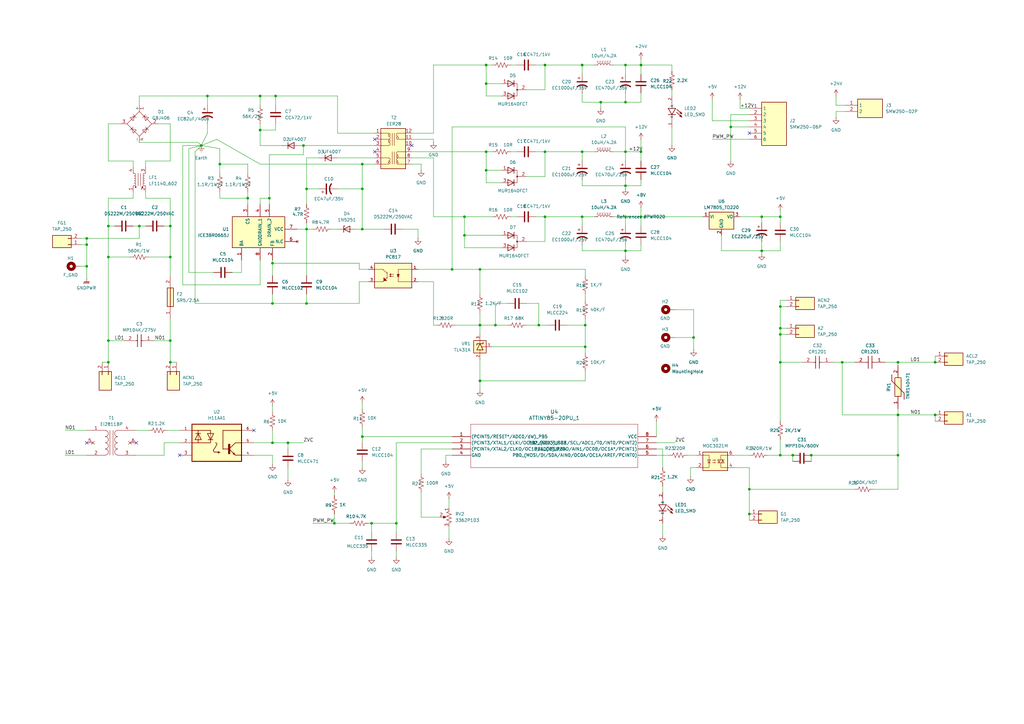
<source format=kicad_sch>
(kicad_sch (version 20250114) (generator "eeschema") (generator_version "9.0")
  (paper "A3")
  (junction (at 256.54 76.2))
  (junction (at 240.03 142.24))
  (junction (at 111.76 181.61))
  (junction (at 111.76 124.46))
  (junction (at 256.54 26.67))
  (junction (at 44.45 148.59))
  (junction (at 312.42 88.9))
  (junction (at 345.44 148.59))
  (junction (at 199.39 62.23))
  (junction (at 190.5 96.52))
  (junction (at 148.59 67.31))
  (junction (at 106.68 39.37))
  (junction (at 256.54 102.87))
  (junction (at 320.04 148.59))
  (junction (at 262.89 26.67))
  (junction (at 69.85 92.71))
  (junction (at 125.73 124.46))
  (junction (at 148.59 179.07))
  (junction (at 82.55 59.69))
  (junction (at 238.76 26.67))
  (junction (at 111.76 107.95))
  (junction (at 325.12 186.69))
  (junction (at 101.6 81.28))
  (junction (at 125.73 93.98))
  (junction (at 223.52 26.67))
  (junction (at 69.85 105.41))
  (junction (at 148.59 93.98))
  (junction (at 332.74 186.69))
  (junction (at 383.54 148.59))
  (junction (at 185.42 110.49))
  (junction (at 320.04 88.9))
  (junction (at 320.04 137.16))
  (junction (at 196.85 156.21))
  (junction (at 152.4 214.63))
  (junction (at 240.03 133.35))
  (junction (at 196.85 133.35))
  (junction (at 238.76 88.9))
  (junction (at 320.04 125.73))
  (junction (at 199.39 34.29))
  (junction (at 368.3 148.59))
  (junction (at 368.3 186.69))
  (junction (at 69.85 139.7))
  (junction (at 110.49 81.28))
  (junction (at 307.34 200.66))
  (junction (at 262.89 88.9))
  (junction (at 162.56 214.63))
  (junction (at 190.5 88.9))
  (junction (at 223.52 62.23))
  (junction (at 199.39 26.67))
  (junction (at 256.54 62.23))
  (junction (at 383.54 170.18))
  (junction (at 256.54 88.9))
  (junction (at 238.76 62.23))
  (junction (at 44.45 139.7))
  (junction (at 284.48 138.43))
  (junction (at 35.56 97.79))
  (junction (at 44.45 92.71))
  (junction (at 307.34 210.82))
  (junction (at 148.59 77.47))
  (junction (at 137.16 214.63))
  (junction (at 85.09 39.37))
  (junction (at 299.72 52.07))
  (junction (at 262.89 62.23))
  (junction (at 44.45 105.41))
  (junction (at 312.42 102.87))
  (junction (at 57.15 92.71))
  (junction (at 69.85 148.59))
  (junction (at 124.46 59.69))
  (junction (at 196.85 110.49))
  (junction (at 90.17 67.31))
  (junction (at 320.04 134.62))
  (junction (at 368.3 170.18))
  (junction (at 223.52 88.9))
  (junction (at 125.73 77.47))
  (junction (at 35.56 109.22))
  (junction (at 106.68 53.34))
  (junction (at 220.98 133.35))
  (junction (at 199.39 69.85))
  (junction (at 113.03 39.37))
  (junction (at 35.56 100.33))
  (junction (at 256.54 41.91))
  (junction (at 320.04 186.69))
  (junction (at 246.38 41.91))
  (junction (at 203.2 133.35))
  (junction (at 118.11 181.61))
  (no_connect (at 35.56 181.61))
  (no_connect (at 55.88 181.61))
  (no_connect (at 104.14 176.53))
  (no_connect (at 307.34 54.61))
  (no_connect (at 153.67 57.15))
  (no_connect (at 168.91 59.69))
  (no_connect (at 153.67 62.23))
  (no_connect (at 73.66 186.69))
  (wire (pts (xy 67.31 186.69) (xy 67.31 181.61)))
  (wire (pts (xy 44.45 81.28) (xy 54.61 81.28)))
  (wire (pts (xy 26.67 176.53) (xy 35.56 176.53)))
  (wire (pts (xy 111.76 124.46) (xy 125.73 124.46)))
  (wire (pts (xy 111.76 181.61) (xy 111.76 176.53)))
  (wire (pts (xy 185.42 52.07) (xy 185.42 110.49)))
  (wire (pts (xy 262.89 100.33) (xy 262.89 102.87)))
  (wire (pts (xy 125.73 64.77) (xy 130.81 64.77)))
  (wire (pts (xy 262.89 26.67) (xy 275.59 26.67)))
  (wire (pts (xy 69.85 105.41) (xy 69.85 113.03)))
  (wire (pts (xy 256.54 62.23) (xy 256.54 66.04)))
  (wire (pts (xy 275.59 52.07) (xy 275.59 59.69)))
  (wire (pts (xy 57.15 43.18) (xy 57.15 39.37)))
  (wire (pts (xy 256.54 100.33) (xy 256.54 102.87)))
  (wire (pts (xy 240.03 130.81) (xy 240.03 133.35)))
  (wire (pts (xy 271.78 214.63) (xy 271.78 219.71)))
  (wire (pts (xy 172.72 184.15) (xy 185.42 184.15)))
  (wire (pts (xy 314.96 186.69) (xy 320.04 186.69)))
  (wire (pts (xy 185.42 110.49) (xy 196.85 110.49)))
  (wire (pts (xy 320.04 137.16) (xy 322.58 137.16)))
  (wire (pts (xy 125.73 83.82) (xy 125.73 77.47)))
  (wire (pts (xy 68.58 176.53) (xy 73.66 176.53)))
  (wire (pts (xy 171.45 93.98) (xy 171.45 97.79)))
  (wire (pts (xy 106.68 39.37) (xy 113.03 39.37)))
  (wire (pts (xy 332.74 186.69) (xy 332.74 189.23)))
  (wire (pts (xy 90.17 71.12) (xy 90.17 67.31)))
  (wire (pts (xy 148.59 179.07) (xy 148.59 181.61)))
  (wire (pts (xy 101.6 67.31) (xy 101.6 71.12)))
  (wire (pts (xy 238.76 66.04) (xy 238.76 62.23)))
  (wire (pts (xy 111.76 186.69) (xy 104.14 186.69)))
  (wire (pts (xy 284.48 138.43) (xy 284.48 143.51)))
  (wire (pts (xy 172.72 212.09) (xy 172.72 201.93)))
  (wire (pts (xy 157.48 93.98) (xy 148.59 93.98)))
  (wire (pts (xy 251.46 88.9) (xy 256.54 88.9)))
  (wire (pts (xy 182.88 189.23) (xy 182.88 186.69)))
  (wire (pts (xy 125.73 93.98) (xy 128.27 93.98)))
  (wire (pts (xy 238.76 41.91) (xy 246.38 41.91)))
  (wire (pts (xy 196.85 133.35) (xy 203.2 133.35)))
  (wire (pts (xy 138.43 77.47) (xy 148.59 77.47)))
  (wire (pts (xy 118.11 181.61) (xy 118.11 184.15)))
  (wire (pts (xy 238.76 26.67) (xy 243.84 26.67)))
  (wire (pts (xy 271.78 191.77) (xy 271.78 184.15)))
  (wire (pts (xy 320.04 148.59) (xy 320.04 172.72)))
  (wire (pts (xy 262.89 57.15) (xy 262.89 62.23)))
  (wire (pts (xy 101.6 81.28) (xy 101.6 83.82)))
  (wire (pts (xy 49.53 50.8) (xy 44.45 50.8)))
  (wire (pts (xy 262.89 102.87) (xy 256.54 102.87)))
  (wire (pts (xy 111.76 107.95) (xy 111.76 113.03)))
  (wire (pts (xy 196.85 156.21) (xy 196.85 160.02)))
  (wire (pts (xy 125.73 120.65) (xy 125.73 124.46)))
  (wire (pts (xy 148.59 179.07) (xy 148.59 175.26)))
  (wire (pts (xy 256.54 102.87) (xy 256.54 105.41)))
  (wire (pts (xy 67.31 92.71) (xy 69.85 92.71)))
  (wire (pts (xy 246.38 41.91) (xy 246.38 44.45)))
  (wire (pts (xy 162.56 214.63) (xy 162.56 181.61)))
  (wire (pts (xy 262.89 88.9) (xy 288.29 88.9)))
  (wire (pts (xy 332.74 186.69) (xy 368.3 186.69)))
  (wire (pts (xy 300.99 186.69) (xy 307.34 186.69)))
  (wire (pts (xy 223.52 88.9) (xy 219.71 88.9)))
  (wire (pts (xy 203.2 124.46) (xy 203.2 133.35)))
  (wire (pts (xy 148.59 77.47) (xy 148.59 67.31)))
  (wire (pts (xy 238.76 88.9) (xy 243.84 88.9)))
  (wire (pts (xy 368.3 148.59) (xy 368.3 149.86)))
  (wire (pts (xy 292.1 57.15) (xy 307.34 57.15)))
  (wire (pts (xy 219.71 62.23) (xy 223.52 62.23)))
  (wire (pts (xy 299.72 66.04) (xy 299.72 52.07)))
  (wire (pts (xy 320.04 125.73) (xy 322.58 125.73)))
  (wire (pts (xy 283.21 195.58) (xy 283.21 191.77)))
  (wire (pts (xy 162.56 181.61) (xy 185.42 181.61)))
  (wire (pts (xy 177.8 26.67) (xy 199.39 26.67)))
  (wire (pts (xy 201.93 142.24) (xy 240.03 142.24)))
  (wire (pts (xy 223.52 26.67) (xy 238.76 26.67)))
  (wire (pts (xy 124.46 59.69) (xy 153.67 59.69)))
  (wire (pts (xy 168.91 62.23) (xy 199.39 62.23)))
  (wire (pts (xy 223.52 88.9) (xy 238.76 88.9)))
  (wire (pts (xy 110.49 81.28) (xy 106.68 81.28)))
  (wire (pts (xy 240.03 120.65) (xy 240.03 123.19)))
  (wire (pts (xy 215.9 124.46) (xy 220.98 124.46)))
  (wire (pts (xy 184.15 215.9) (xy 184.15 220.98)))
  (wire (pts (xy 269.24 172.72) (xy 269.24 179.07)))
  (wire (pts (xy 168.91 67.31) (xy 172.72 67.31)))
  (wire (pts (xy 209.55 88.9) (xy 212.09 88.9)))
  (wire (pts (xy 256.54 38.1) (xy 256.54 41.91)))
  (wire (pts (xy 69.85 92.71) (xy 69.85 105.41)))
  (wire (pts (xy 240.03 142.24) (xy 240.03 144.78)))
  (wire (pts (xy 104.14 181.61) (xy 111.76 181.61)))
  (wire (pts (xy 106.68 53.34) (xy 106.68 59.69)))
  (wire (pts (xy 90.17 67.31) (xy 90.17 60.96)))
  (wire (pts (xy 320.04 123.19) (xy 322.58 123.19)))
  (wire (pts (xy 26.67 186.69) (xy 35.56 186.69)))
  (wire (pts (xy 256.54 26.67) (xy 256.54 30.48)))
  (wire (pts (xy 177.8 133.35) (xy 179.07 133.35)))
  (wire (pts (xy 118.11 181.61) (xy 124.46 181.61)))
  (wire (pts (xy 223.52 36.83) (xy 223.52 26.67)))
  (wire (pts (xy 196.85 128.27) (xy 196.85 133.35)))
  (wire (pts (xy 165.1 93.98) (xy 171.45 93.98)))
  (wire (pts (xy 196.85 110.49) (xy 240.03 110.49)))
  (wire (pts (xy 185.42 179.07) (xy 148.59 179.07)))
  (wire (pts (xy 262.89 38.1) (xy 262.89 41.91)))
  (wire (pts (xy 238.76 38.1) (xy 238.76 41.91)))
  (wire (pts (xy 80.01 62.23) (xy 82.55 59.69)))
  (wire (pts (xy 85.09 39.37) (xy 106.68 39.37)))
  (wire (pts (xy 209.55 26.67) (xy 212.09 26.67)))
  (wire (pts (xy 111.76 190.5) (xy 111.76 186.69)))
  (wire (pts (xy 203.2 124.46) (xy 208.28 124.46)))
  (wire (pts (xy 342.9 45.72) (xy 346.71 45.72)))
  (wire (pts (xy 256.54 62.23) (xy 262.89 62.23)))
  (wire (pts (xy 113.03 50.8) (xy 113.03 53.34)))
  (wire (pts (xy 111.76 124.46) (xy 80.01 124.46)))
  (wire (pts (xy 256.54 76.2) (xy 256.54 77.47)))
  (wire (pts (xy 147.32 107.95) (xy 111.76 107.95)))
  (wire (pts (xy 147.32 110.49) (xy 147.32 107.95)))
  (wire (pts (xy 69.85 66.04) (xy 59.69 66.04)))
  (wire (pts (xy 147.32 115.57) (xy 151.13 115.57)))
  (wire (pts (xy 190.5 88.9) (xy 190.5 96.52)))
  (wire (pts (xy 125.73 91.44) (xy 125.73 93.98)))
  (wire (pts (xy 320.04 88.9) (xy 320.04 91.44)))
  (wire (pts (xy 33.02 109.22) (xy 35.56 109.22)))
  (wire (pts (xy 128.27 214.63) (xy 137.16 214.63)))
  (wire (pts (xy 312.42 102.87) (xy 312.42 104.14)))
  (wire (pts (xy 111.76 120.65) (xy 111.76 124.46)))
  (wire (pts (xy 346.71 43.18) (xy 342.9 43.18)))
  (wire (pts (xy 256.54 73.66) (xy 256.54 76.2)))
  (wire (pts (xy 262.89 41.91) (xy 256.54 41.91)))
  (wire (pts (xy 57.15 92.71) (xy 59.69 92.71)))
  (wire (pts (xy 256.54 88.9) (xy 262.89 88.9)))
  (wire (pts (xy 106.68 67.31) (xy 148.59 67.31)))
  (wire (pts (xy 111.76 106.68) (xy 111.76 107.95)))
  (wire (pts (xy 69.85 105.41) (xy 60.96 105.41)))
  (wire (pts (xy 215.9 72.39) (xy 223.52 72.39)))
  (wire (pts (xy 41.91 148.59) (xy 44.45 148.59)))
  (wire (pts (xy 295.91 96.52) (xy 295.91 102.87)))
  (wire (pts (xy 44.45 92.71) (xy 44.45 105.41)))
  (wire (pts (xy 215.9 133.35) (xy 220.98 133.35)))
  (wire (pts (xy 44.45 66.04) (xy 54.61 66.04)))
  (wire (pts (xy 177.8 88.9) (xy 190.5 88.9)))
  (wire (pts (xy 168.91 64.77) (xy 177.8 64.77)))
  (wire (pts (xy 190.5 88.9) (xy 201.93 88.9)))
  (wire (pts (xy 137.16 214.63) (xy 143.51 214.63)))
  (wire (pts (xy 54.61 81.28) (xy 54.61 78.74)))
  (wire (pts (xy 74.93 59.69) (xy 82.55 59.69)))
  (wire (pts (xy 299.72 52.07) (xy 299.72 46.99)))
  (wire (pts (xy 57.15 58.42) (xy 81.28 58.42)))
  (wire (pts (xy 342.9 43.18) (xy 342.9 39.37)))
  (wire (pts (xy 54.61 66.04) (xy 54.61 68.58)))
  (wire (pts (xy 172.72 194.31) (xy 172.72 184.15)))
  (wire (pts (xy 124.46 59.69) (xy 124.46 63.5)))
  (wire (pts (xy 320.04 102.87) (xy 312.42 102.87)))
  (wire (pts (xy 205.74 39.37) (xy 199.39 39.37)))
  (wire (pts (xy 182.88 186.69) (xy 185.42 186.69)))
  (wire (pts (xy 74.93 116.84) (xy 74.93 59.69)))
  (wire (pts (xy 199.39 39.37) (xy 199.39 34.29)))
  (wire (pts (xy 44.45 105.41) (xy 53.34 105.41)))
  (wire (pts (xy 177.8 54.61) (xy 177.8 26.67)))
  (wire (pts (xy 220.98 133.35) (xy 224.79 133.35)))
  (wire (pts (xy 87.63 111.76) (xy 77.47 111.76)))
  (wire (pts (xy 88.9 57.15) (xy 82.55 59.69)))
  (wire (pts (xy 35.56 97.79) (xy 35.56 100.33)))
  (wire (pts (xy 205.74 69.85) (xy 199.39 69.85)))
  (wire (pts (xy 223.52 99.06) (xy 223.52 88.9)))
  (wire (pts (xy 368.3 200.66) (xy 368.3 186.69)))
  (wire (pts (xy 215.9 36.83) (xy 223.52 36.83)))
  (wire (pts (xy 262.89 26.67) (xy 262.89 30.48)))
  (wire (pts (xy 151.13 110.49) (xy 147.32 110.49)))
  (wire (pts (xy 199.39 34.29) (xy 205.74 34.29)))
  (wire (pts (xy 238.76 100.33) (xy 238.76 102.87)))
  (wire (pts (xy 137.16 201.93) (xy 137.16 203.2)))
  (wire (pts (xy 148.59 165.1) (xy 148.59 167.64)))
  (wire (pts (xy 77.47 111.76) (xy 77.47 60.96)))
  (wire (pts (xy 64.77 50.8) (xy 69.85 50.8)))
  (wire (pts (xy 358.14 200.66) (xy 368.3 200.66)))
  (wire (pts (xy 240.03 133.35) (xy 240.03 142.24)))
  (wire (pts (xy 368.3 186.69) (xy 368.3 170.18)))
  (wire (pts (xy 320.04 180.34) (xy 320.04 186.69)))
  (wire (pts (xy 106.68 50.8) (xy 106.68 53.34)))
  (wire (pts (xy 196.85 110.49) (xy 196.85 120.65)))
  (wire (pts (xy 256.54 62.23) (xy 256.54 52.07)))
  (wire (pts (xy 238.76 30.48) (xy 238.76 26.67)))
  (wire (pts (xy 113.03 39.37) (xy 138.43 39.37)))
  (wire (pts (xy 223.52 72.39) (xy 223.52 62.23)))
  (wire (pts (xy 186.69 133.35) (xy 196.85 133.35)))
  (wire (pts (xy 196.85 156.21) (xy 240.03 156.21)))
  (wire (pts (xy 312.42 88.9) (xy 320.04 88.9)))
  (wire (pts (xy 199.39 69.85) (xy 199.39 74.93)))
  (wire (pts (xy 177.8 133.35) (xy 177.8 115.57)))
  (wire (pts (xy 85.09 54.61) (xy 82.55 59.69)))
  (wire (pts (xy 320.04 86.36) (xy 320.04 88.9)))
  (wire (pts (xy 325.12 186.69) (xy 325.12 189.23)))
  (wire (pts (xy 383.54 170.18) (xy 383.54 172.72)))
  (wire (pts (xy 110.49 63.5) (xy 110.49 81.28)))
  (wire (pts (xy 299.72 46.99) (xy 307.34 46.99)))
  (wire (pts (xy 63.5 139.7) (xy 69.85 139.7)))
  (wire (pts (xy 307.34 49.53) (xy 292.1 49.53)))
  (wire (pts (xy 238.76 62.23) (xy 243.84 62.23)))
  (wire (pts (xy 118.11 191.77) (xy 118.11 196.85)))
  (wire (pts (xy 125.73 77.47) (xy 125.73 64.77)))
  (wire (pts (xy 312.42 88.9) (xy 312.42 91.44)))
  (wire (pts (xy 77.47 60.96) (xy 82.55 59.69)))
  (wire (pts (xy 262.89 24.13) (xy 262.89 26.67)))
  (wire (pts (xy 320.04 134.62) (xy 320.04 125.73)))
  (wire (pts (xy 151.13 214.63) (xy 152.4 214.63)))
  (wire (pts (xy 125.73 113.03) (xy 125.73 93.98)))
  (wire (pts (xy 106.68 59.69) (xy 115.57 59.69)))
  (wire (pts (xy 341.63 148.59) (xy 345.44 148.59)))
  (wire (pts (xy 240.03 110.49) (xy 240.03 113.03)))
  (wire (pts (xy 238.76 102.87) (xy 256.54 102.87)))
  (wire (pts (xy 69.85 148.59) (xy 72.39 148.59)))
  (wire (pts (xy 209.55 62.23) (xy 212.09 62.23)))
  (wire (pts (xy 262.89 76.2) (xy 256.54 76.2)))
  (wire (pts (xy 147.32 124.46) (xy 147.32 115.57)))
  (wire (pts (xy 67.31 181.61) (xy 73.66 181.61)))
  (wire (pts (xy 320.04 186.69) (xy 325.12 186.69)))
  (wire (pts (xy 106.68 116.84) (xy 74.93 116.84)))
  (wire (pts (xy 69.85 130.81) (xy 69.85 139.7)))
  (wire (pts (xy 363.22 148.59) (xy 368.3 148.59)))
  (wire (pts (xy 138.43 93.98) (xy 135.89 93.98)))
  (wire (pts (xy 44.45 92.71) (xy 44.45 81.28)))
  (wire (pts (xy 368.3 170.18) (xy 383.54 170.18)))
  (wire (pts (xy 269.24 184.15) (xy 271.78 184.15)))
  (wire (pts (xy 284.48 127) (xy 284.48 138.43)))
  (wire (pts (xy 152.4 214.63) (xy 152.4 218.44)))
  (wire (pts (xy 106.68 81.28) (xy 106.68 83.82)))
  (wire (pts (xy 307.34 210.82) (xy 307.34 213.36)))
  (wire (pts (xy 256.54 88.9) (xy 256.54 92.71)))
  (wire (pts (xy 307.34 200.66) (xy 307.34 191.77)))
  (wire (pts (xy 106.68 39.37) (xy 106.68 43.18)))
  (wire (pts (xy 168.91 57.15) (xy 177.8 57.15)))
  (wire (pts (xy 90.17 60.96) (xy 82.55 59.69)))
  (wire (pts (xy 55.88 176.53) (xy 60.96 176.53)))
  (wire (pts (xy 345.44 148.59) (xy 350.52 148.59)))
  (wire (pts (xy 238.76 76.2) (xy 256.54 76.2)))
  (wire (pts (xy 320.04 148.59) (xy 328.93 148.59)))
  (wire (pts (xy 199.39 62.23) (xy 201.93 62.23)))
  (wire (pts (xy 215.9 99.06) (xy 223.52 99.06)))
  (wire (pts (xy 262.89 73.66) (xy 262.89 76.2)))
  (wire (pts (xy 262.89 88.9) (xy 262.89 92.71)))
  (wire (pts (xy 383.54 146.05) (xy 383.54 148.59)))
  (wire (pts (xy 35.56 109.22) (xy 35.56 100.33)))
  (wire (pts (xy 106.68 106.68) (xy 106.68 116.84)))
  (wire (pts (xy 35.56 97.79) (xy 57.15 97.79)))
  (wire (pts (xy 33.02 100.33) (xy 35.56 100.33)))
  (wire (pts (xy 223.52 62.23) (xy 238.76 62.23)))
  (wire (pts (xy 90.17 81.28) (xy 101.6 81.28)))
  (wire (pts (xy 152.4 228.6) (xy 152.4 226.06)))
  (wire (pts (xy 256.54 41.91) (xy 246.38 41.91)))
  (wire (pts (xy 57.15 39.37) (xy 85.09 39.37)))
  (wire (pts (xy 171.45 110.49) (xy 185.42 110.49)))
  (wire (pts (xy 307.34 200.66) (xy 350.52 200.66)))
  (wire (pts (xy 205.74 74.93) (xy 199.39 74.93)))
  (wire (pts (xy 57.15 92.71) (xy 57.15 97.79)))
  (wire (pts (xy 152.4 214.63) (xy 162.56 214.63)))
  (wire (pts (xy 69.85 50.8) (xy 69.85 66.04)))
  (wire (pts (xy 307.34 44.45) (xy 303.53 44.45)))
  (wire (pts (xy 138.43 64.77) (xy 153.67 64.77)))
  (wire (pts (xy 69.85 81.28) (xy 69.85 92.71)))
  (wire (pts (xy 283.21 191.77) (xy 285.75 191.77)))
  (wire (pts (xy 55.88 186.69) (xy 67.31 186.69)))
  (wire (pts (xy 199.39 62.23) (xy 199.39 69.85)))
  (wire (pts (xy 184.15 204.47) (xy 184.15 208.28)))
  (wire (pts (xy 271.78 199.39) (xy 271.78 201.93)))
  (wire (pts (xy 199.39 26.67) (xy 201.93 26.67)))
  (wire (pts (xy 90.17 78.74) (xy 90.17 81.28)))
  (wire (pts (xy 138.43 54.61) (xy 153.67 54.61)))
  (wire (pts (xy 59.69 78.74) (xy 59.69 81.28)))
  (wire (pts (xy 292.1 49.53) (xy 292.1 40.64)))
  (wire (pts (xy 256.54 26.67) (xy 262.89 26.67)))
  (wire (pts (xy 251.46 26.67) (xy 256.54 26.67)))
  (wire (pts (xy 199.39 26.67) (xy 199.39 34.29)))
  (wire (pts (xy 35.56 109.22) (xy 35.56 114.3)))
  (wire (pts (xy 99.06 111.76) (xy 99.06 106.68)))
  (wire (pts (xy 251.46 62.23) (xy 256.54 62.23)))
  (wire (pts (xy 44.45 50.8) (xy 44.45 66.04)))
  (wire (pts (xy 303.53 44.45) (xy 303.53 40.64)))
  (wire (pts (xy 177.8 64.77) (xy 177.8 88.9)))
  (wire (pts (xy 121.92 93.98) (xy 125.73 93.98)))
  (wire (pts (xy 177.8 57.15) (xy 177.8 58.42)))
  (wire (pts (xy 262.89 62.23) (xy 262.89 66.04)))
  (wire (pts (xy 146.05 93.98) (xy 148.59 93.98)))
  (wire (pts (xy 303.53 88.9) (xy 312.42 88.9)))
  (wire (pts (xy 196.85 133.35) (xy 196.85 137.16)))
  (wire (pts (xy 46.99 92.71) (xy 44.45 92.71)))
  (wire (pts (xy 44.45 105.41) (xy 44.45 139.7)))
  (wire (pts (xy 137.16 210.82) (xy 137.16 214.63)))
  (wire (pts (xy 203.2 133.35) (xy 208.28 133.35)))
  (wire (pts (xy 262.89 85.09) (xy 262.89 88.9)))
  (wire (pts (xy 33.02 97.79) (xy 35.56 97.79)))
  (wire (pts (xy 172.72 67.31) (xy 172.72 69.85)))
  (wire (pts (xy 190.5 96.52) (xy 205.74 96.52)))
  (wire (pts (xy 269.24 186.69) (xy 274.32 186.69)))
  (wire (pts (xy 275.59 36.83) (xy 275.59 39.37)))
  (wire (pts (xy 320.04 125.73) (xy 320.04 123.19)))
  (wire (pts (xy 345.44 170.18) (xy 368.3 170.18)))
  (wire (pts (xy 111.76 181.61) (xy 118.11 181.61)))
  (wire (pts (xy 190.5 101.6) (xy 190.5 96.52)))
  (wire (pts (xy 44.45 139.7) (xy 44.45 148.59)))
  (wire (pts (xy 162.56 228.6) (xy 162.56 226.06)))
  (wire (pts (xy 307.34 200.66) (xy 307.34 210.82)))
  (wire (pts (xy 54.61 92.71) (xy 57.15 92.71)))
  (wire (pts (xy 69.85 139.7) (xy 69.85 148.59)))
  (wire (pts (xy 256.54 52.07) (xy 185.42 52.07)))
  (wire (pts (xy 345.44 148.59) (xy 345.44 170.18)))
  (wire (pts (xy 81.28 58.42) (xy 82.55 59.69)))
  (wire (pts (xy 232.41 133.35) (xy 240.03 133.35)))
  (wire (pts (xy 320.04 134.62) (xy 322.58 134.62)))
  (wire (pts (xy 177.8 115.57) (xy 171.45 115.57)))
  (wire (pts (xy 153.67 67.31) (xy 148.59 67.31)))
  (wire (pts (xy 113.03 39.37) (xy 113.03 43.18)))
  (wire (pts (xy 276.86 138.43) (xy 284.48 138.43)))
  (wire (pts (xy 281.94 186.69) (xy 285.75 186.69)))
  (wire (pts (xy 342.9 48.26) (xy 342.9 45.72)))
  (wire (pts (xy 162.56 214.63) (xy 162.56 218.44)))
  (wire (pts (xy 125.73 124.46) (xy 147.32 124.46)))
  (wire (pts (xy 80.01 124.46) (xy 80.01 62.23)))
  (wire (pts (xy 190.5 101.6) (xy 205.74 101.6)))
  (wire (pts (xy 275.59 26.67) (xy 275.59 29.21)))
  (wire (pts (xy 196.85 147.32) (xy 196.85 156.21)))
  (wire (pts (xy 312.42 99.06) (xy 312.42 102.87)))
  (wire (pts (xy 101.6 78.74) (xy 101.6 81.28)))
  (wire (pts (xy 111.76 166.37) (xy 111.76 168.91)))
  (wire (pts (xy 148.59 93.98) (xy 148.59 77.47)))
  (wire (pts (xy 180.34 212.09) (xy 172.72 212.09)))
  (wire (pts (xy 90.17 67.31) (xy 101.6 67.31)))
  (wire (pts (xy 110.49 81.28) (xy 110.49 83.82)))
  (wire (pts (xy 299.72 52.07) (xy 307.34 52.07)))
  (wire (pts (xy 223.52 26.67) (xy 219.71 26.67)))
  (wire (pts (xy 95.25 111.76) (xy 99.06 111.76)))
  (wire (pts (xy 238.76 73.66) (xy 238.76 76.2)))
  (wire (pts (xy 106.68 67.31) (xy 88.9 57.15)))
  (wire (pts (xy 85.09 50.8) (xy 85.09 54.61)))
  (wire (pts (xy 220.98 124.46) (xy 220.98 133.35)))
  (wire (pts (xy 59.69 81.28) (xy 69.85 81.28)))
  (wire (pts (xy 59.69 66.04) (xy 59.69 68.58)))
  (wire (pts (xy 238.76 88.9) (xy 238.76 92.71)))
  (wire (pts (xy 148.59 189.23) (xy 148.59 191.77)))
  (wire (pts (xy 240.03 152.4) (xy 240.03 156.21)))
  (wire (pts (xy 307.34 191.77) (xy 300.99 191.77)))
  (wire (pts (xy 124.46 63.5) (xy 110.49 63.5)))
  (wire (pts (xy 130.81 77.47) (xy 125.73 77.47)))
  (wire (pts (xy 320.04 137.16) (xy 320.04 134.62)))
  (wire (pts (xy 320.04 99.06) (xy 320.04 102.87)))
  (wire (pts (xy 123.19 59.69) (xy 124.46 59.69)))
  (wire (pts (xy 368.3 170.18) (xy 368.3 167.64)))
  (wire (pts (xy 138.43 39.37) (xy 138.43 54.61)))
  (wire (pts (xy 85.09 39.37) (xy 85.09 43.18)))
  (wire (pts (xy 168.91 54.61) (xy 177.8 54.61)))
  (wire (pts (xy 368.3 148.59) (xy 383.54 148.59)))
  (wire (pts (xy 106.68 53.34) (xy 113.03 53.34)))
  (wire (pts (xy 44.45 139.7) (xy 50.8 139.7)))
  (wire (pts (xy 295.91 102.87) (xy 312.42 102.87)))
  (wire (pts (xy 320.04 148.59) (xy 320.04 137.16)))
  (wire (pts (xy 276.86 127) (xy 284.48 127)))
  (wire (pts (xy 269.24 181.61) (xy 276.86 181.61)))
  (label "PWM_PW" (at 128.27 214.63 0) (effects (font (size 1.397 1.397))))
  (label "N01" (at 26.67 176.53 0) (effects (font (size 1.397 1.397))))
  (label "PWM_PW" (at 292.1 57.15 0) (effects (font (size 1.397 1.397))))
  (label "L01" (at 373.38 148.59 0) (effects (font (size 1.397 1.397))))
  (label "+12V" (at 257.81 62.23 0) (effects (font (size 1.397 1.397))))
  (label "ZVC" (at 124.46 181.61 0) (effects (font (size 1.397 1.397))))
  (label "N01" (at 63.5 139.7 0) (effects (font (size 1.397 1.397))))
  (label "+12V" (at 303.53 44.45 0) (effects (font (size 1.397 1.397))))
  (label "N01" (at 373.38 170.18 0) (effects (font (size 1.397 1.397))))
  (label "L01" (at 46.99 139.7 0) (effects (font (size 1.397 1.397))))
  (label "L01" (at 26.67 186.69 0) (effects (font (size 1.397 1.397))))
  (label "ZVC" (at 276.86 181.61 0) (effects (font (size 1.397 1.397))))
  (symbol (lib_id "04_MyLib_Passive:C_Pol") (at 238.76 34.29 0) (unit 1)
    (property "Reference" "C20" (at 230.378 33.528 0) (effects (justify left)))
    (property "Value" "EC1000uF/35V" (at 226.314 36.068 0) (effects (justify left)))
    (property "Footprint" "04_MyFoot_Passive:CP_Radial_D12.5mm_P5.00mm" (effects (hide yes)))
  )
  (symbol (lib_id "04_MyLib_Passive:R") (at 111.76 172.72 180) (unit 1)
    (property "Reference" "R6" (at 107.95 172.974 0) (effects (justify right)))
    (property "Value" "10K" (at 113.792 172.72 0) (effects (justify right)))
    (property "Footprint" "04_MyFoot_Passive:R_3216Metric" (effects (hide yes)))
  )
  (symbol (lib_id "04_MyLib_Passive:R") (at 125.73 87.63 0) (unit 1)
    (property "Reference" "R7" (at 120.65 85.852 0) (effects (justify left)))
    (property "Value" "4.7R" (at 119.888 87.884 0) (effects (justify left)))
    (property "Footprint" "04_MyFoot_Passive:R_3216Metric" (effects (hide yes)))
  )
  (symbol (lib_id "04_MyLib_Passive:C_Pol") (at 238.76 96.52 0) (unit 1)
    (property "Reference" "C22" (at 230.378 95.758 0) (effects (justify left)))
    (property "Value" "EC1000uF/25V" (at 226.314 98.298 0) (effects (justify left)))
    (property "Footprint" "04_MyFoot_Passive:CP_Radial_D10.0mm_P5.00mm" (effects (hide yes)))
  )
  (symbol (lib_id "04_MyLib_Passive:C_Pol") (at 256.54 96.52 0) (unit 1)
    (property "Reference" "C25" (at 248.158 95.758 0) (effects (justify left)))
    (property "Value" "EC470uF/25V" (at 244.094 98.298 0) (effects (justify left)))
    (property "Footprint" "04_MyFoot_Passive:CP_Radial_D10.0mm_P5.00mm" (effects (hide yes)))
  )
  (symbol (lib_id "04_MyLib_Passive:R") (at 240.03 127 180) (unit 1)
    (property "Reference" "R19" (at 236.22 127.254 0) (effects (justify right)))
    (property "Value" "40K/F" (at 242.062 127 0) (effects (justify right)))
    (property "Footprint" "04_MyFoot_Passive:R_3216Metric" (effects (hide yes)))
  )
  (symbol (lib_id "power:+5V") (at 269.24 172.72 0) (unit 1)
    (property "Reference" "#PWR021" (effects (hide yes)))
    (property "Value" "+5V" (at 269.24 167.64 0))
    (property "Description" "Power symbol creates a global label with name \"+5V\"" (effects (hide yes)))
  )
  (symbol (lib_id "02_MyLib_Connectors:TAP_250") (at 72.39 153.67 270) (unit 1)
    (property "Reference" "ACN1" (at 74.93 154.94 90) (effects (justify left)))
    (property "Value" "TAP_250" (at 74.93 157.48 90) (effects (justify left)))
    (property "Footprint" "02_MyFoot_Connectors:TAP_250" (effects (hide yes)))
  )
  (symbol (lib_id "04_MyLib_Passive:R") (at 271.78 195.58 0) (unit 1)
    (property "Reference" "R21" (at 266.954 195.834 0) (effects (justify left)))
    (property "Value" "1.2K" (at 273.558 195.58 0) (effects (justify left)))
    (property "Footprint" "04_MyFoot_Passive:R_3216Metric" (effects (hide yes)))
  )
  (symbol (lib_id "power:+5V") (at 184.15 204.47 0) (unit 1)
    (property "Reference" "#PWR034" (effects (hide yes)))
    (property "Value" "+5V" (at 184.15 199.39 0))
    (property "Description" "Power symbol creates a global label with name \"+5V\"" (effects (hide yes)))
  )
  (symbol (lib_id "03_MyLib_Active:MUR1640FCT") (at 210.82 99.06 0) (unit 1)
    (property "Reference" "D7" (at 210.312 93.218 0))
    (property "Value" "MUR1640FCT" (at 210.82 104.902 0))
    (property "Footprint" "03_MyFoot_Active:TO220AB_P2.55mm" (effects (hide yes)))
  )
  (symbol (lib_id "04_MyLib_Passive:R") (at 132.08 93.98 90) (unit 1)
    (property "Reference" "R8" (at 130.556 91.186 90) (effects (justify left)))
    (property "Value" "4.7R" (at 135.128 91.186 90) (effects (justify left)))
    (property "Footprint" "04_MyFoot_Passive:R_3216Metric" (effects (hide yes)))
  )
  (symbol (lib_id "04_MyLib_Passive:C") (at 228.6 133.35 90) (unit 1)
    (property "Reference" "C19" (at 228.6 125.73 90))
    (property "Value" "MLCC224" (at 228.6 128.27 90))
    (property "Footprint" "04_MyFoot_Passive:C_3216Metric" (effects (hide yes)))
  )
  (symbol (lib_id "power:GND") (at 299.72 66.04 0) (unit 1)
    (property "Reference" "#PWR026" (effects (hide yes)))
    (property "Value" "GND" (at 299.72 71.12 0))
    (property "Description" "Power symbol creates a global label with name \"GND\" , ground" (effects (hide yes)))
  )
  (symbol (lib_id "04_MyLib_Passive:Inductor") (at 247.65 88.9 90) (unit 1)
    (property "Reference" "L3" (at 247.65 82.55 90))
    (property "Value" "10uH/4.2A" (at 247.65 85.09 90))
    (property "Footprint" "04_MyFoot_Passive:L_Radial_D7.5mm_P3.50mm" (effects (hide yes)))
  )
  (symbol (lib_id "power:GND") (at 182.88 189.23 0) (unit 1)
    (property "Reference" "#PWR014" (effects (hide yes)))
    (property "Value" "GND" (at 182.88 194.31 0))
    (property "Description" "Power symbol creates a global label with name \"GND\" , ground" (effects (hide yes)))
  )
  (symbol (lib_id "03_MyLib_Active:MUR1640FCT") (at 210.82 72.39 0) (unit 1)
    (property "Reference" "D6" (at 210.312 66.548 0))
    (property "Value" "MUR1640FCT" (at 210.312 78.232 0))
    (property "Footprint" "03_MyFoot_Active:TO220AB_P2.55mm" (effects (hide yes)))
  )
  (symbol (lib_id "power:GND") (at 162.56 228.6 0) (unit 1)
    (property "Reference" "#PWR010" (effects (hide yes)))
    (property "Value" "GND" (at 162.56 233.68 0))
    (property "Description" "Power symbol creates a global label with name \"GND\" , ground" (effects (hide yes)))
  )
  (symbol (lib_id "power:GND") (at 171.45 97.79 0) (unit 1)
    (property "Reference" "#PWR011" (effects (hide yes)))
    (property "Value" "GND" (at 171.45 102.87 0))
    (property "Description" "Power symbol creates a global label with name \"GND\" , ground" (effects (hide yes)))
  )
  (symbol (lib_id "04_MyLib_Passive:Inductor") (at 247.65 62.23 90) (unit 1)
    (property "Reference" "L2" (at 247.65 55.88 90))
    (property "Value" "10uH/4.2A" (at 247.65 58.42 90))
    (property "Footprint" "04_MyFoot_Passive:L_Radial_D7.5mm_P3.50mm" (effects (hide yes)))
  )
  (symbol (lib_id "04_MyLib_Passive:CR1201") (at 63.5 139.7 180) (unit 1)
    (property "Reference" "C3" (at 57.15 132.842 0))
    (property "Value" "MP104K/275V" (at 57.15 135.382 0))
    (property "Footprint" "04_MyFoot_Passive:104K_275V" (effects (hide yes)))
  )
  (symbol (lib_id "power:GND") (at 312.42 104.14 0) (unit 1)
    (property "Reference" "#PWR028" (effects (hide yes)))
    (property "Value" "GND" (at 312.42 109.22 0))
    (property "Description" "Power symbol creates a global label with name \"GND\" , ground" (effects (hide yes)))
  )
  (symbol (lib_id "04_MyLib_Passive:C_Pol") (at 256.54 69.85 0) (unit 1)
    (property "Reference" "C24" (at 248.158 69.088 0) (effects (justify left)))
    (property "Value" "EC470uF/25V" (at 244.094 71.628 0) (effects (justify left)))
    (property "Footprint" "04_MyFoot_Passive:CP_Radial_D10.0mm_P5.00mm" (effects (hide yes)))
  )
  (symbol (lib_id "power:+5V") (at 148.59 165.1 0) (unit 1)
    (property "Reference" "#PWR08" (effects (hide yes)))
    (property "Value" "+5V" (at 148.59 160.02 0))
    (property "Description" "Power symbol creates a global label with name \"+5V\"" (effects (hide yes)))
  )
  (symbol (lib_id "Mechanical:MountingHole_Pad") (at 274.32 138.43 90) (unit 1) (in_bom no)
    (property "Reference" "H3" (at 272.796 135.128 90))
    (property "Value" "GND" (at 272.796 141.986 90))
    (property "Footprint" "06_MyFoot_Mechanical:MTHole_3.5mm_7.5mmPad_GND" (effects (hide yes)))
  )
  (symbol (lib_id "04_MyLib_Passive:R") (at 148.59 171.45 180) (unit 1)
    (property "Reference" "R11" (at 144.78 171.704 0) (effects (justify right)))
    (property "Value" "10K" (at 150.622 171.45 0) (effects (justify right)))
    (property "Footprint" "04_MyFoot_Passive:R_3216Metric" (effects (hide yes)))
  )
  (symbol (lib_id "04_MyLib_Passive:C_Pol") (at 256.54 34.29 0) (unit 1)
    (property "Reference" "C23" (at 248.158 33.528 0) (effects (justify left)))
    (property "Value" "EC470uF/35V" (at 244.094 36.068 0) (effects (justify left)))
    (property "Footprint" "04_MyFoot_Passive:CP_Radial_D10.0mm_P5.00mm" (effects (hide yes)))
  )
  (symbol (lib_id "power:Earth") (at 82.55 59.69 0) (unit 1)
    (property "Reference" "#PWR02" (effects (hide yes)))
    (property "Value" "Earth" (at 82.55 64.77 0))
    (property "Description" "Power symbol creates a global label with name \"Earth\"" (effects (hide yes)))
  )
  (symbol (lib_name "H11AA1_1") (lib_id "01_MyLib_ICs:H11AA1") (at 88.9 181.61 0) (unit 1)
    (property "Reference" "U2" (at 88.9 168.91 0))
    (property "Value" "H11AA1" (at 88.9 171.45 0))
    (property "Footprint" "01_MyFoot_ICs:DIP-6_W7.62mm" (effects (hide yes)))
  )
  (symbol (lib_id "power:GND") (at 184.15 220.98 0) (unit 1)
    (property "Reference" "#PWR035" (effects (hide yes)))
    (property "Value" "GND" (at 184.15 226.06 0))
    (property "Description" "Power symbol creates a global label with name \"GND\" , ground" (effects (hide yes)))
  )
  (symbol (lib_id "power:GND") (at 246.38 44.45 0) (unit 1)
    (property "Reference" "#PWR015" (effects (hide yes)))
    (property "Value" "GND" (at 246.38 49.53 0))
    (property "Description" "Power symbol creates a global label with name \"GND\" , ground" (effects (hide yes)))
  )
  (symbol (lib_id "04_MyLib_Passive:C_Pol") (at 134.62 77.47 90) (unit 1)
    (property "Reference" "C10" (at 134.874 73.406 90))
    (property "Value" "EC47uF/35V" (at 134.874 81.534 90))
    (property "Footprint" "04_MyFoot_Passive:CP_Radial_D5.0mm_P2.00mm" (effects (hide yes)))
  )
  (symbol (lib_id "04_MyLib_Passive:C") (at 161.29 93.98 90) (unit 1)
    (property "Reference" "C14" (at 161.29 86.36 90))
    (property "Value" "DS222M/250VAC" (at 161.29 88.9 90))
    (property "Footprint" "04_MyFoot_Passive:DS222M" (effects (hide yes)))
  )
  (symbol (lib_id "04_MyLib_Passive:R") (at 64.77 176.53 90) (unit 1)
    (property "Reference" "R2" (at 63.246 173.736 90) (effects (justify left)))
    (property "Value" "1.2K" (at 67.818 173.736 90) (effects (justify left)))
    (property "Footprint" "04_MyFoot_Passive:R_3216Metric" (effects (hide yes)))
  )
  (symbol (lib_id "04_MyLib_Passive:C") (at 212.09 124.46 90) (unit 1)
    (property "Reference" "C15" (at 212.09 116.84 90))
    (property "Value" "MLCC102" (at 212.09 119.38 90))
    (property "Footprint" "04_MyFoot_Passive:C_3216Metric" (effects (hide yes)))
  )
  (symbol (lib_id "04_MyLib_Passive:R") (at 101.6 74.93 0) (unit 1)
    (property "Reference" "R4" (at 96.52 73.152 0) (effects (justify left)))
    (property "Value" "1.1R/1W/F" (at 92.202 75.692 0) (effects (justify left)))
    (property "Footprint" "04_MyFoot_Passive:R_Axial_1W_P14.6mm" (effects (hide yes)))
  )
  (symbol (lib_id "04_MyLib_Passive:C") (at 148.59 185.42 180) (unit 1)
    (property "Reference" "C12" (at 152.4 184.15 0) (effects (justify right)))
    (property "Value" "MLCC104" (at 152.4 186.69 0) (effects (justify right)))
    (property "Footprint" "04_MyFoot_Passive:C_3216Metric" (effects (hide yes)))
  )
  (symbol (lib_id "04_MyLib_Passive:C") (at 91.44 111.76 90) (unit 1)
    (property "Reference" "C5" (at 91.44 104.14 90))
    (property "Value" "MLCC104" (at 91.44 106.68 90))
    (property "Footprint" "04_MyFoot_Passive:C_3216Metric" (effects (hide yes)))
  )
  (symbol (lib_id "04_MyLib_Passive:C") (at 63.5 92.71 90) (unit 1)
    (property "Reference" "C2" (at 63.5 85.09 90))
    (property "Value" "DS222M/250VAC" (at 63.5 87.63 90))
    (property "Footprint" "04_MyFoot_Passive:DS222M" (effects (hide yes)))
  )
  (symbol (lib_id "02_MyLib_Connectors:TAP_250") (at 27.94 100.33 180) (unit 1)
    (property "Reference" "FG1" (at 25.4 91.44 0))
    (property "Value" "TAP_250" (at 25.4 93.98 0))
    (property "Footprint" "02_MyFoot_Connectors:TAP_250" (effects (hide yes)))
  )
  (symbol (lib_id "02_MyLib_Connectors:TAP_250") (at 327.66 134.62 0) (unit 1)
    (property "Reference" "A2" (at 335.28 134.62 0) (effects (justify left)))
    (property "Value" "TAP_250" (at 335.28 137.16 0) (effects (justify left)))
    (property "Footprint" "02_MyFoot_Connectors:TAP_250" (effects (hide yes)))
  )
  (symbol (lib_name "UF4007_1") (lib_id "03_MyLib_Active:UF4007") (at 119.38 59.69 0) (unit 1)
    (property "Reference" "D2" (at 117.348 57.15 0))
    (property "Value" "UF4007" (at 121.92 57.15 0))
    (property "Footprint" "03_MyFoot_Active:Diode_P10.16mm" (effects (hide yes)))
    (property "Sim.Pins" "1=K 2=A" (effects (hide yes)))
  )
  (symbol (lib_id "00_MyLib_MCU:ATTINY85-20PU_1") (at 185.42 179.07 0) (unit 1)
    (property "Reference" "U4" (at 227.33 168.91 0) (effects (font (size 1.524 1.524))))
    (property "Value" "ATTINY85-20PU_1" (at 227.33 171.45 0) (effects (font (size 1.524 1.524))))
    (property "Footprint" "01_MyFoot_ICs:DIP-8_W7.62mm_Socket" (effects (hide yes)))
  )
  (symbol (lib_id "04_MyLib_Passive:C_2AB") (at 328.93 187.96 90) (unit 1)
    (property "Reference" "C31" (at 328.93 180.34 90))
    (property "Value" "MPP104/600V" (at 328.93 182.88 90))
    (property "Footprint" "04_MyFoot_Passive:C_PP_P10.0mm_P21.2mm" (effects (hide yes)))
  )
  (symbol (lib_id "power:+12V") (at 262.89 57.15 0) (unit 1)
    (property "Reference" "#PWR019" (effects (hide yes)))
    (property "Value" "+12V" (at 262.89 52.07 0))
    (property "Description" "Power symbol creates a global label with name \"+12V\"" (effects (hide yes)))
  )
  (symbol (lib_id "power:GND") (at 177.8 58.42 0) (unit 1)
    (property "Reference" "#PWR013" (effects (hide yes)))
    (property "Value" "GND" (at 177.8 63.5 0))
    (property "Description" "Power symbol creates a global label with name \"GND\" , ground" (effects (hide yes)))
  )
  (symbol (lib_id "power:GNDPWR") (at 35.56 114.3 0) (unit 1)
    (property "Reference" "#PWR01" (effects (hide yes)))
    (property "Value" "GNDPWR" (at 35.433 118.11 0))
    (property "Description" "Power symbol creates a global label with name \"GNDPWR\" , global ground" (effects (hide yes)))
  )
  (symbol (lib_id "04_MyLib_Passive:CR1201") (at 341.63 148.59 180) (unit 1)
    (property "Reference" "C32" (at 335.28 141.732 0))
    (property "Value" "CR1201" (at 335.28 144.272 0))
    (property "Footprint" "04_MyFoot_Passive:SPARK_KILLER" (effects (hide yes)))
  )
  (symbol (lib_id "01_MyLib_ICs:TL431A") (at 196.85 142.24 0) (mirror y) (unit 1)
    (property "Reference" "VR1" (at 193.04 140.97 0) (effects (justify left)))
    (property "Value" "TL431A" (at 193.04 143.51 0) (effects (justify left)))
    (property "Footprint" "01_MyFoot_ICs:TO92_P2.5mm" (effects (hide yes)))
    (property "PARTREV" "R" (effects (hide yes)))
  )
  (symbol (lib_id "03_MyLib_Active:UF4004") (at 134.62 64.77 0) (unit 1)
    (property "Reference" "D3" (at 131.572 62.23 0))
    (property "Value" "UF4007" (at 136.144 62.23 0))
    (property "Footprint" "03_MyFoot_Active:Diode_P10.16mm" (effects (hide yes)))
    (property "Sim.Pins" "1=K 2=A" (effects (hide yes)))
  )
  (symbol (lib_id "04_MyLib_Passive:C") (at 215.9 88.9 90) (unit 1)
    (property "Reference" "C18" (at 213.868 84.582 90))
    (property "Value" "CC471/1kV" (at 220.218 84.582 90))
    (property "Footprint" "04_MyFoot_Passive:C_Disc_D4.7mm_P5.00mm" (effects (hide yes)))
  )
  (symbol (lib_id "02_MyLib_Connectors:TAP_250") (at 388.62 170.18 0) (unit 1)
    (property "Reference" "A1" (at 396.24 170.18 0) (effects (justify left)))
    (property "Value" "TAP_250" (at 396.24 172.72 0) (effects (justify left)))
    (property "Footprint" "02_MyFoot_Connectors:TAP_250" (effects (hide yes)))
  )
  (symbol (lib_id "03_MyLib_Active:LED_SMD") (at 275.59 46.99 270) (unit 1)
    (property "Reference" "LED2" (at 280.67 44.45 90) (effects (justify left)))
    (property "Value" "LED_SMD" (at 280.67 46.99 90) (effects (justify left)))
    (property "Footprint" "03_MyFoot_Active:LED_2012Metric" (effects (hide yes)))
  )
  (symbol (lib_id "05_MyLib_Others:SR525A") (at 69.85 130.81 90) (unit 1)
    (property "Reference" "F2" (at 72.39 120.65 90) (effects (justify right)))
    (property "Value" "SR5/2.5A" (at 72.39 123.19 90) (effects (justify right)))
    (property "Footprint" "05_MyFoot_Others:SR525ABK" (effects (hide yes)))
  )
  (symbol (lib_id "04_MyLib_Passive:R") (at 147.32 214.63 90) (unit 1)
    (property "Reference" "R10" (at 145.796 211.836 90) (effects (justify left)))
    (property "Value" "4.7K" (at 150.368 211.836 90) (effects (justify left)))
    (property "Footprint" "04_MyFoot_Passive:R_3216Metric" (effects (hide yes)))
  )
  (symbol (lib_id "04_MyLib_Passive:R") (at 311.15 186.69 90) (unit 1)
    (property "Reference" "R24" (at 309.626 183.896 90) (effects (justify left)))
    (property "Value" "220R/1W" (at 316.738 183.896 90) (effects (justify left)))
    (property "Footprint" "04_MyFoot_Passive:R_Axial_1W_P14.6mm" (effects (hide yes)))
  )
  (symbol (lib_id "power:+5V") (at 111.76 166.37 0) (unit 1)
    (property "Reference" "#PWR03" (effects (hide yes)))
    (property "Value" "+5V" (at 111.76 161.29 0))
    (property "Description" "Power symbol creates a global label with name \"+5V\"" (effects (hide yes)))
  )
  (symbol (lib_id "02_MyLib_Connectors:SMW250-06P") (at 307.34 44.45 0) (unit 1)
    (property "Reference" "J2" (at 323.85 49.53 0) (effects (justify left)))
    (property "Value" "SMW250-06P" (at 323.85 52.07 0) (effects (justify left)))
    (property "Footprint" "02_MyFoot_Connectors:SMW250_06P" (effects (hide yes)))
  )
  (symbol (lib_id "power:+24V") (at 342.9 39.37 0) (unit 1)
    (property "Reference" "#PWR030" (effects (hide yes)))
    (property "Value" "+24V" (at 342.9 34.29 0))
    (property "Description" "Power symbol creates a global label with name \"+24V\"" (effects (hide yes)))
  )
  (symbol (lib_id "04_MyLib_Passive:R") (at 275.59 33.02 180) (unit 1)
    (property "Reference" "R22" (at 271.78 33.274 0) (effects (justify right)))
    (property "Value" "2.2K" (at 277.622 33.02 0) (effects (justify right)))
    (property "Footprint" "04_MyFoot_Passive:R_3216Metric" (effects (hide yes)))
  )
  (symbol (lib_id "power:GND") (at 284.48 143.51 0) (unit 1)
    (property "Reference" "#PWR032" (effects (hide yes)))
    (property "Value" "GND" (at 284.48 148.59 0))
    (property "Description" "Power symbol creates a global label with name \"GND\" , ground" (effects (hide yes)))
  )
  (symbol (lib_id "power:GND") (at 111.76 190.5 0) (unit 1)
    (property "Reference" "#PWR04" (effects (hide yes)))
    (property "Value" "GND" (at 111.76 195.58 0))
    (property "Description" "Power symbol creates a global label with name \"GND\" , ground" (effects (hide yes)))
  )
  (symbol (lib_id "04_MyLib_Passive:R") (at 320.04 176.53 0) (unit 1)
    (property "Reference" "R25" (at 315.722 176.53 0) (effects (justify left)))
    (property "Value" "2K/1W" (at 321.818 176.53 0) (effects (justify left)))
    (property "Footprint" "04_MyFoot_Passive:R_Axial_1W_P14.6mm" (effects (hide yes)))
  )
  (symbol (lib_id "03_MyLib_Active:GBJ406") (at 57.15 50.8 90) (unit 1)
    (property "Reference" "D1" (at 66.04 45.8469 90))
    (property "Value" "GBJ406" (at 66.04 48.3869 90))
    (property "Footprint" "03_MyFoot_Active:GBJ406" (effects (hide yes)))
  )
  (symbol (lib_id "power:GND") (at 196.85 160.02 0) (unit 1)
    (property "Reference" "#PWR033" (effects (hide yes)))
    (property "Value" "GND" (at 196.85 165.1 0))
    (property "Description" "Power symbol creates a global label with name \"GND\" , ground" (effects (hide yes)))
  )
  (symbol (lib_id "02_MyLib_Connectors:TAP_250") (at 327.66 123.19 0) (unit 1)
    (property "Reference" "ACN2" (at 335.28 123.19 0) (effects (justify left)))
    (property "Value" "TAP_250" (at 335.28 125.73 0) (effects (justify left)))
    (property "Footprint" "02_MyFoot_Connectors:TAP_250" (effects (hide yes)))
  )
  (symbol (lib_id "04_MyLib_Passive:C") (at 262.89 96.52 180) (unit 1)
    (property "Reference" "C28" (at 266.7 95.25 0) (effects (justify right)))
    (property "Value" "MLCC104" (at 266.7 97.79 0) (effects (justify right)))
    (property "Footprint" "04_MyFoot_Passive:C_3216Metric" (effects (hide yes)))
  )
  (symbol (lib_id "power:+8V") (at 262.89 85.09 0) (unit 1)
    (property "Reference" "#PWR020" (at 262.89 88.9 0) (show_name yes))
    (property "Value" "+8V" (at 262.89 80.01 0))
    (property "Description" "Power symbol creates a global label with name \"+8V\"" (effects (hide yes)))
  )
  (symbol (lib_id "04_MyLib_Passive:R") (at 354.33 200.66 90) (unit 1)
    (property "Reference" "R26" (at 351.79 198.12 90) (effects (justify left)))
    (property "Value" "100K/NOT" (at 359.918 197.866 90) (effects (justify left)))
    (property "Footprint" "04_MyFoot_Passive:R_Axial_0.25W_P10.16mm" (effects (hide yes)))
  )
  (symbol (lib_id "04_MyLib_Passive:R") (at 205.74 26.67 90) (unit 1)
    (property "Reference" "R14" (at 204.216 23.876 90) (effects (justify left)))
    (property "Value" "10R" (at 210.312 23.876 90) (effects (justify left)))
    (property "Footprint" "04_MyFoot_Passive:R_3216Metric" (effects (hide yes)))
  )
  (symbol (lib_id "power:GND") (at 271.78 219.71 0) (unit 1)
    (property "Reference" "#PWR022" (effects (hide yes)))
    (property "Value" "GND" (at 271.78 224.79 0))
    (property "Description" "Power symbol creates a global label with name \"GND\" , ground" (effects (hide yes)))
  )
  (symbol (lib_id "02_MyLib_Connectors:TAP_250") (at 388.62 146.05 0) (unit 1)
    (property "Reference" "ACL2" (at 396.24 146.05 0) (effects (justify left)))
    (property "Value" "TAP_250" (at 396.24 148.59 0) (effects (justify left)))
    (property "Footprint" "02_MyFoot_Connectors:TAP_250" (effects (hide yes)))
  )
  (symbol (lib_id "04_MyLib_Passive:CR1201") (at 363.22 148.59 180) (unit 1)
    (property "Reference" "C33" (at 356.87 141.732 0))
    (property "Value" "CR1201" (at 356.87 144.272 0))
    (property "Footprint" "04_MyFoot_Passive:SPARK_KILLER" (effects (hide yes)))
  )
  (symbol (lib_id "04_MyLib_Passive:C") (at 215.9 26.67 90) (unit 1)
    (property "Reference" "C16" (at 213.868 22.352 90))
    (property "Value" "CC471/1kV" (at 220.218 22.352 90))
    (property "Footprint" "04_MyFoot_Passive:C_Disc_D4.7mm_P5.00mm" (effects (hide yes)))
  )
  (symbol (lib_id "04_MyLib_Passive:MOV-14D471") (at 368.3 167.64 90) (unit 1)
    (property "Reference" "RV1" (at 364.49 158.75 0))
    (property "Value" "TNR14D471" (at 372.364 158.242 0))
    (property "Footprint" "04_MyFoot_Passive:TNR14D_P7.62" (effects (hide yes)))
  )
  (symbol (lib_id "03_MyLib_Active:MUR1640FCT") (at 210.82 36.83 0) (unit 1)
    (property "Reference" "D5" (at 210.312 30.988 0))
    (property "Value" "MUR1640FCT" (at 210.312 42.672 0))
    (property "Footprint" "03_MyFoot_Active:TO220AB_P2.55mm" (effects (hide yes)))
  )
  (symbol (lib_id "power:GND") (at 172.72 69.85 0) (unit 1)
    (property "Reference" "#PWR012" (effects (hide yes)))
    (property "Value" "GND" (at 172.72 74.93 0))
    (property "Description" "Power symbol creates a global label with name \"GND\" , ground" (effects (hide yes)))
  )
  (symbol (lib_id "04_MyLib_Passive:C") (at 111.76 116.84 180) (unit 1)
    (property "Reference" "C6" (at 115.57 115.57 0) (effects (justify right)))
    (property "Value" "MLCC102" (at 115.57 118.11 0) (effects (justify right)))
    (property "Footprint" "04_MyFoot_Passive:C_3216Metric" (effects (hide yes)))
  )
  (symbol (lib_id "Mechanical:MountingHole_Pad") (at 274.32 127 90) (unit 1) (in_bom no)
    (property "Reference" "H2" (at 272.796 123.698 90))
    (property "Value" "GND" (at 272.796 130.556 90))
    (property "Footprint" "06_MyFoot_Mechanical:MTHole_3.5mm_7.5mmPad_GND" (effects (hide yes)))
  )
  (symbol (lib_id "power:+5V") (at 137.16 201.93 0) (unit 1)
    (property "Reference" "#PWR06" (effects (hide yes)))
    (property "Value" "+5V" (at 137.16 196.85 0))
    (property "Description" "Power symbol creates a global label with name \"+5V\"" (effects (hide yes)))
  )
  (symbol (lib_id "04_MyLib_Passive:C") (at 118.11 187.96 180) (unit 1)
    (property "Reference" "C8" (at 121.92 186.69 0) (effects (justify right)))
    (property "Value" "MLCC471" (at 121.92 189.23 0) (effects (justify right)))
    (property "Footprint" "04_MyFoot_Passive:C_3216Metric" (effects (hide yes)))
  )
  (symbol (lib_id "04_MyLib_Passive:R") (at 90.17 74.93 0) (unit 1)
    (property "Reference" "R3" (at 85.09 73.152 0) (effects (justify left)))
    (property "Value" "1.1R/1W/F" (at 80.772 75.692 0) (effects (justify left)))
    (property "Footprint" "04_MyFoot_Passive:R_Axial_1W_P14.6mm" (effects (hide yes)))
  )
  (symbol (lib_id "02_MyLib_Connectors:TAP_250") (at 44.45 153.67 270) (unit 1)
    (property "Reference" "ACL1" (at 46.99 154.94 90) (effects (justify left)))
    (property "Value" "TAP_250" (at 46.99 157.48 90) (effects (justify left)))
    (property "Footprint" "02_MyFoot_Connectors:TAP_250" (effects (hide yes)))
  )
  (symbol (lib_id "04_MyLib_Passive:C") (at 50.8 92.71 90) (unit 1)
    (property "Reference" "C1" (at 50.8 85.09 90))
    (property "Value" "DS222M/250VAC" (at 50.8 87.63 90))
    (property "Footprint" "04_MyFoot_Passive:DS222M" (effects (hide yes)))
  )
  (symbol (lib_id "04_MyLib_Passive:Inductor") (at 247.65 26.67 90) (unit 1)
    (property "Reference" "L1" (at 247.65 20.32 90))
    (property "Value" "10uH/4.2A" (at 247.65 22.86 90))
    (property "Footprint" "04_MyFoot_Passive:L_Radial_D7.5mm_P3.50mm" (effects (hide yes)))
  )
  (symbol (lib_id "03_MyLib_Active:1N5251") (at 142.24 93.98 0) (unit 1)
    (property "Reference" "D4" (at 142.24 87.63 0))
    (property "Value" "1N5251" (at 142.24 90.17 0))
    (property "Footprint" "03_MyFoot_Active:ZENER_0_5W_P7.62mm_Hori" (effects (hide yes)))
  )
  (symbol (lib_id "04_MyLib_Passive:R") (at 57.15 105.41 90) (unit 1)
    (property "Reference" "R1" (at 56.896 100.33 90))
    (property "Value" "560K/1W" (at 56.896 102.87 90))
    (property "Footprint" "04_MyFoot_Passive:R_Axial_1W_P14.6mm" (effects (hide yes)))
  )
  (symbol (lib_id "01_MyLib_ICs:MOC3021M") (at 293.37 189.23 0) (unit 1)
    (property "Reference" "U5" (at 293.37 180.34 0))
    (property "Value" "MOC3021M" (at 293.37 182.88 0))
    (property "Footprint" "01_MyFoot_ICs:DIP-6_W7.62mm" (effects (hide yes)))
  )
  (symbol (lib_id "04_MyLib_Passive:R") (at 137.16 207.01 180) (unit 1)
    (property "Reference" "R9" (at 133.35 207.264 0) (effects (justify right)))
    (property "Value" "1K" (at 139.192 207.01 0) (effects (justify right)))
    (property "Footprint" "04_MyFoot_Passive:R_3216Metric" (effects (hide yes)))
  )
  (symbol (lib_id "02_MyLib_Connectors:SMW250-02P") (at 346.71 43.18 0) (unit 1)
    (property "Reference" "J3" (at 363.22 43.1799 0) (effects (justify left)))
    (property "Value" "SMW250-02P" (at 363.22 45.7199 0) (effects (justify left)))
    (property "Footprint" "02_MyFoot_Connectors:SMW250_02P" (effects (hide yes)))
  )
  (symbol (lib_id "power:GND") (at 256.54 77.47 0) (unit 1)
    (property "Reference" "#PWR016" (effects (hide yes)))
    (property "Value" "GND" (at 256.54 82.55 0))
    (property "Description" "Power symbol creates a global label with name \"GND\" , ground" (effects (hide yes)))
  )
  (symbol (lib_id "04_MyLib_Passive:C") (at 152.4 222.25 180) (unit 1)
    (property "Reference" "C11" (at 145.288 220.472 0) (effects (justify right)))
    (property "Value" "MLCC335" (at 142.24 224.028 0) (effects (justify right)))
    (property "Footprint" "04_MyFoot_Passive:C_3216Metric" (effects (hide yes)))
  )
  (symbol (lib_id "04_MyLib_Passive:EER28") (at 161.29 60.96 0) (unit 1)
    (property "Reference" "T2" (at 161.544 48.26 0))
    (property "Value" "EER28" (at 161.544 50.8 0))
    (property "Footprint" "04_MyFoot_Passive:EER28_35_12P" (effects (hide yes)))
  )
  (symbol (lib_id "04_MyLib_Passive:C") (at 125.73 116.84 180) (unit 1)
    (property "Reference" "C9" (at 129.54 115.57 0) (effects (justify right)))
    (property "Value" "MLCC104" (at 129.54 118.11 0) (effects (justify right)))
    (property "Footprint" "04_MyFoot_Passive:C_3216Metric" (effects (hide yes)))
  )
  (symbol (lib_id "power:GND") (at 152.4 228.6 0) (unit 1)
    (property "Reference" "#PWR07" (effects (hide yes)))
    (property "Value" "GND" (at 152.4 233.68 0))
    (property "Description" "Power symbol creates a global label with name \"GND\" , ground" (effects (hide yes)))
  )
  (symbol (lib_id "04_MyLib_Passive:R") (at 278.13 186.69 90) (unit 1)
    (property "Reference" "R23" (at 276.606 183.896 90) (effects (justify left)))
    (property "Value" "220R" (at 281.178 183.896 90) (effects (justify left)))
    (property "Footprint" "04_MyFoot_Passive:R_3216Metric" (effects (hide yes)))
  )
  (symbol (lib_id "04_MyLib_Passive:R") (at 182.88 133.35 90) (unit 1)
    (property "Reference" "R12" (at 181.356 130.556 90) (effects (justify left)))
    (property "Value" "820R" (at 185.928 130.556 90) (effects (justify left)))
    (property "Footprint" "04_MyFoot_Passive:R_3216Metric" (effects (hide yes)))
  )
  (symbol (lib_id "04_MyLib_Passive:R_POT") (at 184.15 212.09 0) (mirror y) (unit 1)
    (property "Reference" "RV2" (at 186.69 210.82 0) (effects (justify right)))
    (property "Value" "3362P103" (at 186.69 213.36 0) (effects (justify right)))
    (property "Footprint" "04_MyFoot_Passive:TRIM_3362P" (effects (hide yes)))
  )
  (symbol (lib_id "04_MyLib_Passive:R") (at 212.09 133.35 90) (unit 1)
    (property "Reference" "R17" (at 210.566 130.556 90) (effects (justify left)))
    (property "Value" "68K" (at 215.138 130.556 90) (effects (justify left)))
    (property "Footprint" "04_MyFoot_Passive:R_3216Metric" (effects (hide yes)))
  )
  (symbol (lib_id "power:+5V") (at 320.04 86.36 0) (unit 1)
    (property "Reference" "#PWR029" (effects (hide yes)))
    (property "Value" "+5V" (at 320.04 81.28 0))
    (property "Description" "Power symbol creates a global label with name \"+5V\"" (effects (hide yes)))
  )
  (symbol (lib_id "04_MyLib_Passive:C") (at 162.56 222.25 180) (unit 1)
    (property "Reference" "C13" (at 166.37 220.98 0) (effects (justify right)))
    (property "Value" "MLCC335" (at 166.37 223.52 0) (effects (justify right)))
    (property "Footprint" "04_MyFoot_Passive:C_3216Metric" (effects (hide yes)))
  )
  (symbol (lib_id "power:+24V") (at 262.89 24.13 0) (unit 1)
    (property "Reference" "#PWR018" (effects (hide yes)))
    (property "Value" "+24V" (at 262.89 19.05 0))
    (property "Description" "Power symbol creates a global label with name \"+24V\"" (effects (hide yes)))
  )
  (symbol (lib_id "02_MyLib_Connectors:TAP_250") (at 312.42 210.82 0) (unit 1)
    (property "Reference" "G1" (at 320.04 210.82 0) (effects (justify left)))
    (property "Value" "TAP_250" (at 320.04 213.36 0) (effects (justify left)))
    (property "Footprint" "02_MyFoot_Connectors:TAP_250" (effects (hide yes)))
  )
  (symbol (lib_id "04_MyLib_Passive:R") (at 106.68 46.99 0) (unit 1)
    (property "Reference" "R5" (at 101.6 45.212 0) (effects (justify left)))
    (property "Value" "56K/2W" (at 99.314 47.752 0) (effects (justify left)))
    (property "Footprint" "04_MyFoot_Passive:R_Axial_2W_P20.32mm" (effects (hide yes)))
  )
  (symbol (lib_id "04_MyLib_Passive:C") (at 113.03 46.99 0) (unit 1)
    (property "Reference" "C7" (at 116.84 45.72 0) (effects (justify left)))
    (property "Value" "CC472/1kV" (at 116.84 48.26 0) (effects (justify left)))
    (property "Footprint" "04_MyFoot_Passive:C_Disc_D6.0mm_P5.00mm" (effects (hide yes)))
  )
  (symbol (lib_id "power:GND") (at 148.59 191.77 0) (unit 1)
    (property "Reference" "#PWR09" (effects (hide yes)))
    (property "Value" "GND" (at 148.59 196.85 0))
    (property "Description" "Power symbol creates a global label with name \"GND\" , ground" (effects (hide yes)))
  )
  (symbol (lib_id "03_MyLib_Active:LED_SMD") (at 271.78 209.55 270) (unit 1)
    (property "Reference" "LED1" (at 276.86 207.01 90) (effects (justify left)))
    (property "Value" "LED_SMD" (at 276.86 209.55 90) (effects (justify left)))
    (property "Footprint" "03_MyFoot_Active:LED_2012Metric" (effects (hide yes)))
  )
  (symbol (lib_id "power:+12V") (at 303.53 40.64 0) (unit 1)
    (property "Reference" "#PWR027" (effects (hide yes)))
    (property "Value" "+12V" (at 303.53 35.56 0))
    (property "Description" "Power symbol creates a global label with name \"+12V\"" (effects (hide yes)))
  )
  (symbol (lib_id "01_MyLib_ICs:ICE3BR0665J") (at 86.36 91.44 0) (unit 1)
    (property "Reference" "U1" (at 93.98 93.98 0) (effects (justify right)))
    (property "Value" "ICE3BR0665J" (at 93.98 96.52 0) (effects (justify right)))
    (property "Footprint" "01_MyFoot_ICs:DIP-8_W7.62mm_Socket" (effects (hide yes)))
  )
  (symbol (lib_id "04_MyLib_Passive:R") (at 240.03 148.59 180) (unit 1)
    (property "Reference" "R20" (at 236.22 148.844 0) (effects (justify right)))
    (property "Value" "10K/F" (at 242.062 148.59 0) (effects (justify right)))
    (property "Footprint" "04_MyFoot_Passive:R_3216Metric" (effects (hide yes)))
  )
  (symbol (lib_id "04_MyLib_Passive:C_Pol") (at 312.42 95.25 0) (unit 1)
    (property "Reference" "C29" (at 304.038 94.488 0) (effects (justify left)))
    (property "Value" "EC220uF/25V" (at 299.974 97.028 0) (effects (justify left)))
    (property "Footprint" "04_MyFoot_Passive:CP_Radial_D6.3mm_P2.50mm" (effects (hide yes)))
  )
  (symbol (lib_id "power:GND") (at 275.59 59.69 0) (unit 1)
    (property "Reference" "#PWR023" (effects (hide yes)))
    (property "Value" "GND" (at 275.59 64.77 0))
    (property "Description" "Power symbol creates a global label with name \"GND\" , ground" (effects (hide yes)))
  )
  (symbol (lib_id "power:GND") (at 342.9 48.26 0) (unit 1)
    (property "Reference" "#PWR031" (effects (hide yes)))
    (property "Value" "GND" (at 342.9 53.34 0))
    (property "Description" "Power symbol creates a global label with name \"GND\" , ground" (effects (hide yes)))
  )
  (symbol (lib_id "Mechanical:MountingHole_Pad") (at 30.48 109.22 90) (unit 1) (in_bom no)
    (property "Reference" "H1" (at 28.956 105.918 90))
    (property "Value" "F_GND" (at 28.956 112.776 90))
    (property "Footprint" "06_MyFoot_Mechanical:MTHole_3.5mm_7.5mmPad_GND" (effects (hide yes)))
  )
  (symbol (lib_id "power:GND") (at 283.21 195.58 0) (unit 1)
    (property "Reference" "#PWR024" (effects (hide yes)))
    (property "Value" "GND" (at 283.21 200.66 0))
    (property "Description" "Power symbol creates a global label with name \"GND\" , ground" (effects (hide yes)))
  )
  (symbol (lib_id "power:GND") (at 256.54 105.41 0) (unit 1)
    (property "Reference" "#PWR017" (effects (hide yes)))
    (property "Value" "GND" (at 256.54 110.49 0))
    (property "Description" "Power symbol creates a global label with name \"GND\" , ground" (effects (hide yes)))
  )
  (symbol (lib_id "04_MyLib_Passive:C_Pol") (at 85.09 46.99 0) (unit 1)
    (property "Reference" "C4" (at 76.708 46.228 0) (effects (justify left)))
    (property "Value" "EC82uF/400V" (at 72.644 48.768 0) (effects (justify left)))
    (property "Footprint" "04_MyFoot_Passive:82uF_400V" (effects (hide yes)))
  )
  (symbol (lib_id "04_MyLib_Passive:C") (at 215.9 62.23 90) (unit 1)
    (property "Reference" "C17" (at 213.868 57.912 90))
    (property "Value" "CC471/1kV" (at 220.218 57.912 90))
    (property "Footprint" "04_MyFoot_Passive:C_Disc_D4.7mm_P5.00mm" (effects (hide yes)))
  )
  (symbol (lib_id "04_MyLib_Passive:R") (at 205.74 88.9 90) (unit 1)
    (property "Reference" "R16" (at 204.216 86.106 90) (effects (justify left)))
    (property "Value" "10R" (at 210.312 86.106 90) (effects (justify left)))
    (property "Footprint" "04_MyFoot_Passive:R_3216Metric" (effects (hide yes)))
  )
  (symbol (lib_id "04_MyLib_Passive:R") (at 205.74 62.23 90) (unit 1)
    (property "Reference" "R15" (at 204.216 59.436 90) (effects (justify left)))
    (property "Value" "10R" (at 210.312 59.436 90) (effects (justify left)))
    (property "Footprint" "04_MyFoot_Passive:R_3216Metric" (effects (hide yes)))
  )
  (symbol (lib_id "04_MyLib_Passive:EI2811BP") (at 45.72 181.61 0) (unit 1)
    (property "Reference" "T1" (at 45.72 171.45 0))
    (property "Value" "EI2811BP" (at 45.72 173.99 0))
    (property "Footprint" "04_MyFoot_Passive:EI2811BP" (effects (hide yes)))
  )
  (symbol (lib_id "04_MyLib_Passive:C") (at 320.04 95.25 180) (unit 1)
    (property "Reference" "C30" (at 323.85 93.98 0) (effects (justify right)))
    (property "Value" "MLCC104" (at 323.85 96.52 0) (effects (justify right)))
    (property "Footprint" "04_MyFoot_Passive:C_3216Metric" (effects (hide yes)))
  )
  (symbol (lib_id "power:+5V") (at 292.1 40.64 0) (unit 1)
    (property "Reference" "#PWR025" (effects (hide yes)))
    (property "Value" "+5V" (at 292.1 35.56 0))
    (property "Description" "Power symbol creates a global label with name \"+5V\"" (effects (hide yes)))
  )
  (symbol (lib_id "power:GND") (at 118.11 196.85 0) (unit 1)
    (property "Reference" "#PWR05" (effects (hide yes)))
    (property "Value" "GND" (at 118.11 201.93 0))
    (property "Description" "Power symbol creates a global label with name \"GND\" , ground" (effects (hide yes)))
  )
  (symbol (lib_id "06_MyLib_Mechanical:MountingHole") (at 273.05 151.13 0) (unit 1) (in_bom no)
    (property "Reference" "H4" (at 275.59 149.86 0) (effects (justify left)))
    (property "Value" "MountingHole" (at 275.59 152.4 0) (effects (justify left)))
    (property "Footprint" "06_MyFoot_Mechanical:MTHole_3.5mm" (effects (hide yes)))
    (property "Description" "Mounting Hole without connection" (effects (hide yes)))
  )
  (symbol (lib_id "01_MyLib_ICs:LM7805_TO220") (at 295.91 88.9 0) (unit 1)
    (property "Reference" "U6" (at 295.91 82.55 0))
    (property "Value" "LM7805_TO220" (at 295.91 85.09 0))
    (property "Footprint" "01_MyFoot_ICs:TO220_P2.54mm" (effects (hide yes)))
  )
  (symbol (lib_id "04_MyLib_Passive:R") (at 172.72 198.12 180) (unit 1)
    (property "Reference" "R27" (at 168.91 198.374 0) (effects (justify right)))
    (property "Value" "100R" (at 174.752 198.12 0) (effects (justify right)))
    (property "Footprint" "04_MyFoot_Passive:R_3216Metric" (effects (hide yes)))
  )
  (symbol (lib_id "04_MyLib_Passive:R") (at 240.03 116.84 180) (unit 1)
    (property "Reference" "R18" (at 236.22 117.094 0) (effects (justify right)))
    (property "Value" "1K/F" (at 242.062 116.84 0) (effects (justify right)))
    (property "Footprint" "04_MyFoot_Passive:R_3216Metric" (effects (hide yes)))
  )
  (symbol (lib_id "01_MyLib_ICs:PC817X3NSZ1B") (at 161.29 113.03 0) (mirror y) (unit 1)
    (property "Reference" "U3" (at 161.29 102.87 0))
    (property "Value" "PC817" (at 161.29 105.41 0))
    (property "Footprint" "01_MyFoot_ICs:DIP-4_W7.62mm_Socket" (effects (hide yes)))
  )
  (symbol (lib_id "04_MyLib_Passive:LF1140-602") (at 57.15 73.66 90) (unit 1)
    (property "Reference" "LF1" (at 60.96 72.771 90) (effects (justify right)))
    (property "Value" "LF1140_602" (at 60.96 75.311 90) (effects (justify right)))
    (property "Footprint" "04_MyFoot_Passive:LF1140" (effects (hide yes)))
  )
  (symbol (lib_id "04_MyLib_Passive:R") (at 196.85 124.46 180) (unit 1)
    (property "Reference" "R13" (at 193.04 124.714 0) (effects (justify right)))
    (property "Value" "1.2K/F" (at 198.882 124.46 0) (effects (justify right)))
    (property "Footprint" "04_MyFoot_Passive:R_3216Metric" (effects (hide yes)))
  )
  (symbol (lib_id "04_MyLib_Passive:C") (at 262.89 34.29 180) (unit 1)
    (property "Reference" "C26" (at 266.7 33.02 0) (effects (justify right)))
    (property "Value" "MLCC104" (at 266.7 35.56 0) (effects (justify right)))
    (property "Footprint" "04_MyFoot_Passive:C_3216Metric" (effects (hide yes)))
  )
  (symbol (lib_id "04_MyLib_Passive:C") (at 262.89 69.85 180) (unit 1)
    (property "Reference" "C27" (at 266.7 68.58 0) (effects (justify right)))
    (property "Value" "MLCC104" (at 266.7 71.12 0) (effects (justify right)))
    (property "Footprint" "04_MyFoot_Passive:C_3216Metric" (effects (hide yes)))
  )
  (symbol (lib_id "04_MyLib_Passive:C_Pol") (at 238.76 69.85 0) (unit 1)
    (property "Reference" "C21" (at 230.378 69.088 0) (effects (justify left)))
    (property "Value" "EC1000uF/25V" (at 226.314 71.628 0) (effects (justify left)))
    (property "Footprint" "04_MyFoot_Passive:CP_Radial_D10.0mm_P5.00mm" (effects (hide yes)))
  )
)
</source>
